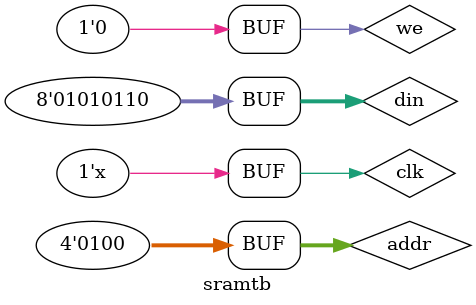
<source format=v>
`timescale 1ns / 1ps


module sramtb;

	// Inputs
	reg [3:0] addr;
	reg [7:0] din;
	reg we;
	reg clk;

	// Outputs
	wire [7:0] dout;

	// Instantiate the Unit Under Test (UUT)
	rwmem uut (
		.dout(dout), 
		.addr(addr), 
		.din(din), 
		.we(we), 
		.clk(clk)
	);

	initial begin
		clk = 0;
		#10;
	end
	always 
	begin
	#5 clk = ~clk;
	end
	 
	 initial
	 begin
	 addr = 4'b0100;
	 we = 1;
	 din = 8'h56;
	 #5
	 addr = 4'b0100;
	 we = 0;
	 
      end
endmodule


</source>
